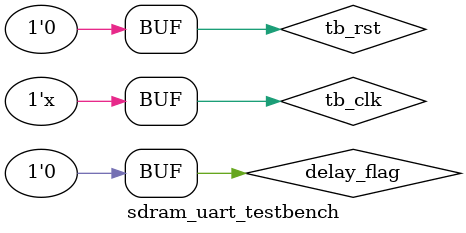
<source format=v>
`timescale 1 ns / 1 ps

module sdram_uart_testbench; 

reg               tb_clk; // CLK 	
reg               tb_rst;

reg    [7:0]      tb_rx_dat;//8b
reg               tb_rx_stb;
wire              tb_rx_ack;

wire   [7:0]      tb_tx_dat;//8b
wire              tb_tx_stb;
wire              tb_tx_ack;	 // 	  	 required!

wire   [15:0]     tb_DB;		//SDRAM
wire   [12:0]     tb_ADR;
wire   [1:0]      tb_BA;
wire   [1:0]      tb_DQM;
wire              tb_nCAS;
wire              tb_CKE;
wire              tb_nRAS;
wire              tb_nWE;
wire              tb_nCS;
wire              tb_SD_CLK;
 
reg  delay_flag; 
all_modules test_all
(
.CLK_133MHZ (tb_clk), 	
.rst        (tb_rst),
.rx_dat     (tb_rx_dat),
.rx_stb     (tb_rx_stb),
.rx_ack     (tb_rx_ack),

.tx_dat     (tb_tx_dat),
.tx_stb     (tb_tx_stb),
.tx_ack     (tb_tx_ack),
   
.DB         (tb_DB),		//SDRAM
.ADR        (tb_ADR),
.BA         (tb_BA),
.DQM        (tb_DQM),
.nCAS       (tb_nCAS),
.CKE        (tb_CKE),
.nRAS       (tb_nRAS),
.nWE        (tb_nWE),
.nCS        (tb_nCS),
.SD_CLK     (tb_SD_CLK)	
);				   

always begin
	#2 tb_clk = !tb_clk;
end


reg state;

localparam NEW_DATA = 1'b0,
           WAIT_ACK = 1'b1;

assign tb_tx_ack = tb_tx_stb; 

reg [7:0] data_to_send;

always @(posedge tb_clk or posedge tb_rst)
if (tb_rst) begin
	tb_rx_stb        <= 0;
    tb_rx_dat        <= 0;
	data_to_send     <= 8'h53;
	state            <= NEW_DATA;
	end
else begin
case (state)
NEW_DATA: begin
		tb_rx_dat    <= {data_to_send};
		tb_rx_stb    <= 1'b1;
		state        <= WAIT_ACK; 
	end
WAIT_ACK: 
	if (tb_rx_ack & delay_flag & data_to_send < 8'hFA) begin
		state        <= NEW_DATA;
		tb_rx_stb    <= 1'b0;
		data_to_send <= data_to_send + 1;
		end
	else if(delay_flag & data_to_send < 8'hFA) begin
		state        <= WAIT_ACK;
		tb_rx_stb    <= 1'b1;
	end	 
else tb_rx_stb    <= 1'b0;
	
endcase
end

initial begin
tb_clk    = 0;
tb_rst    = 1; 
delay_flag = 0;

#10
tb_rst    = 0;
#300000
delay_flag = 1;
#2000
delay_flag = 0;

end
endmodule
</source>
